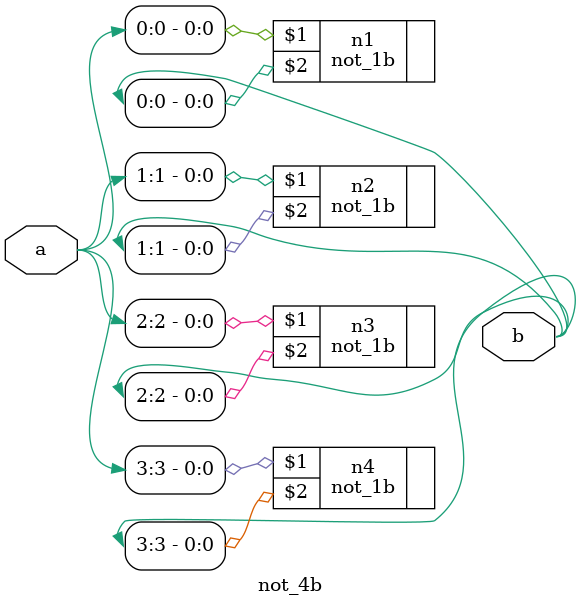
<source format=v>
`include "not_1b.v"

module not_4b(input[3:0] a, output[3:0] b);
    not_1b n1(a[0], b[0]);
    not_1b n2(a[1], b[1]);
    not_1b n3(a[2], b[2]);
    not_1b n4(a[3], b[3]);
endmodule
</source>
